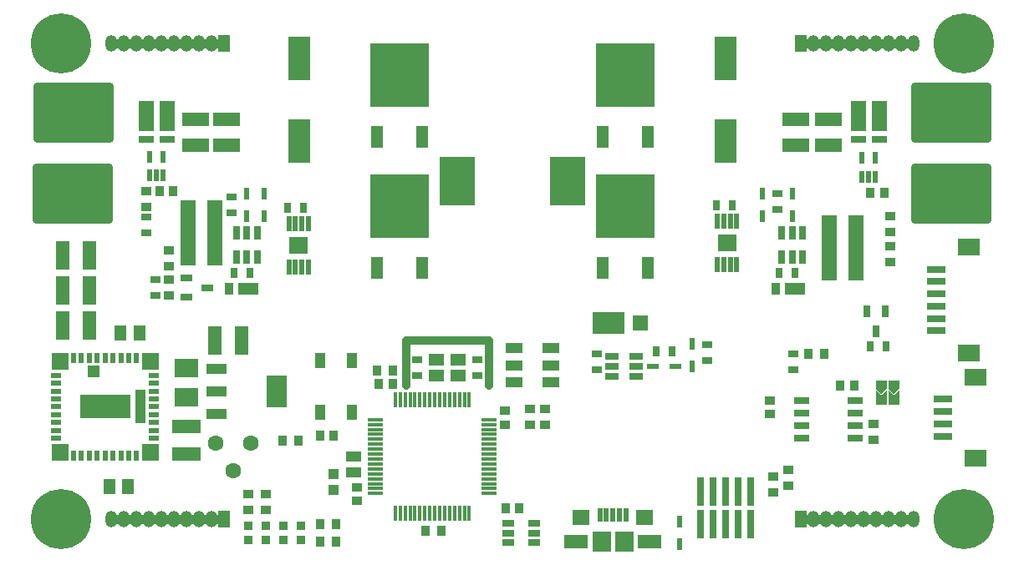
<source format=gts>
G04*
G04 #@! TF.GenerationSoftware,Altium Limited,Altium Designer,21.0.8 (223)*
G04*
G04 Layer_Color=8388736*
%FSLAX25Y25*%
%MOIN*%
G70*
G04*
G04 #@! TF.SameCoordinates,F73AF2F2-5EA1-4A86-BE9F-7F0372A2F074*
G04*
G04*
G04 #@! TF.FilePolarity,Negative*
G04*
G01*
G75*
%ADD68R,0.04528X0.02362*%
%ADD74C,0.03543*%
%ADD75R,0.02362X0.04528*%
%ADD76C,0.01575*%
%ADD77R,0.03543X0.03543*%
%ADD78R,0.01567X0.06201*%
%ADD79R,0.06201X0.01567*%
%ADD80R,0.09055X0.06693*%
%ADD81R,0.07480X0.03150*%
%ADD82C,0.06299*%
%ADD83R,0.04331X0.03937*%
%ADD84R,0.03543X0.04331*%
%ADD85R,0.04331X0.03543*%
%ADD86R,0.02520X0.04095*%
%ADD87R,0.04095X0.02520*%
%ADD88R,0.05906X0.04921*%
%ADD89R,0.06102X0.25984*%
%ADD90R,0.04724X0.02953*%
%ADD91R,0.02953X0.04724*%
%ADD92R,0.03465X0.04252*%
%ADD93R,0.04252X0.03465*%
%ADD94R,0.12598X0.09055*%
%ADD95R,0.06299X0.06378*%
%ADD96R,0.08268X0.04724*%
%ADD97R,0.03543X0.04724*%
%ADD98R,0.01968X0.05709*%
%ADD99R,0.06693X0.05906*%
%ADD100R,0.09449X0.05512*%
%ADD101R,0.07480X0.07874*%
%ADD102R,0.11102X0.05354*%
%ADD103R,0.06280X0.12008*%
%ADD104R,0.06280X0.03150*%
G04:AMPARAMS|DCode=105|XSize=318.9mil|YSize=240.16mil|CornerRadius=13.78mil|HoleSize=0mil|Usage=FLASHONLY|Rotation=0.000|XOffset=0mil|YOffset=0mil|HoleType=Round|Shape=RoundedRectangle|*
%AMROUNDEDRECTD105*
21,1,0.31890,0.21260,0,0,0.0*
21,1,0.29134,0.24016,0,0,0.0*
1,1,0.02756,0.14567,-0.10630*
1,1,0.02756,-0.14567,-0.10630*
1,1,0.02756,-0.14567,0.10630*
1,1,0.02756,0.14567,0.10630*
%
%ADD105ROUNDEDRECTD105*%
%ADD106R,0.02756X0.05315*%
%ADD107R,0.14370X0.19685*%
%ADD108R,0.06398X0.02953*%
%ADD109R,0.05118X0.09055*%
%ADD110R,0.23228X0.25591*%
%ADD111R,0.08858X0.17323*%
%ADD112R,0.01968X0.05118*%
%ADD113R,0.02165X0.06004*%
%ADD114R,0.07795X0.07008*%
%ADD115R,0.05315X0.02756*%
%ADD116R,0.06181X0.04409*%
%ADD117R,0.06890X0.06890*%
%ADD118R,0.02362X0.04134*%
%ADD119R,0.04134X0.02362*%
%ADD120R,0.20079X0.09646*%
%ADD121R,0.04803X0.04528*%
%ADD122R,0.04331X0.13386*%
%ADD123R,0.04331X0.06496*%
%ADD124R,0.02953X0.11614*%
%ADD125R,0.07874X0.03937*%
%ADD126R,0.07874X0.12992*%
%ADD127R,0.04921X0.02756*%
%ADD128R,0.09252X0.07284*%
%ADD129R,0.05512X0.11496*%
%ADD130R,0.11496X0.05512*%
%ADD131R,0.06693X0.04331*%
%ADD132R,0.04528X0.05906*%
%ADD133C,0.03347*%
%ADD134R,0.04724X0.06693*%
%ADD135O,0.04724X0.06693*%
%ADD136C,0.03740*%
%ADD137C,0.24016*%
G36*
X349007Y70418D02*
X349044Y70407D01*
X349078Y70389D01*
X349108Y70364D01*
X349133Y70334D01*
X349151Y70300D01*
X349163Y70263D01*
X349166Y70224D01*
Y67075D01*
X349166Y67075D01*
X349163Y67036D01*
X349151Y66999D01*
X349133Y66965D01*
X349108Y66935D01*
X347140Y64966D01*
X347110Y64942D01*
X347076Y64924D01*
X347039Y64912D01*
X347000Y64908D01*
X346961Y64912D01*
X346924Y64924D01*
X346890Y64942D01*
X346860Y64966D01*
X344892Y66935D01*
X344867Y66965D01*
X344849Y66999D01*
X344846Y67008D01*
X344837Y67036D01*
X344836Y67055D01*
X344834Y67075D01*
X344834Y67075D01*
Y70224D01*
X344837Y70263D01*
X344849Y70300D01*
X344867Y70334D01*
X344892Y70364D01*
X344922Y70389D01*
X344956Y70407D01*
X344993Y70418D01*
X345031Y70422D01*
X348969D01*
X349007Y70418D01*
D02*
G37*
G36*
X344007D02*
X344044Y70407D01*
X344078Y70389D01*
X344108Y70364D01*
X344133Y70334D01*
X344151Y70300D01*
X344163Y70263D01*
X344166Y70224D01*
Y67075D01*
X344166Y67075D01*
X344163Y67036D01*
X344151Y66999D01*
X344133Y66965D01*
X344108Y66935D01*
X342140Y64966D01*
X342110Y64942D01*
X342076Y64924D01*
X342039Y64912D01*
X342000Y64908D01*
X341961Y64912D01*
X341924Y64924D01*
X341890Y64942D01*
X341860Y64966D01*
X339892Y66935D01*
X339867Y66965D01*
X339849Y66999D01*
X339846Y67008D01*
X339838Y67036D01*
X339836Y67055D01*
X339834Y67075D01*
X339834Y67075D01*
Y70224D01*
X339838Y70263D01*
X339849Y70300D01*
X339867Y70334D01*
X339892Y70364D01*
X339922Y70389D01*
X339956Y70407D01*
X339993Y70418D01*
X340032Y70422D01*
X343969D01*
X344007Y70418D01*
D02*
G37*
G36*
X349007Y66285D02*
X349044Y66273D01*
X349078Y66255D01*
X349108Y66230D01*
X349133Y66200D01*
X349151Y66166D01*
X349163Y66129D01*
X349166Y66091D01*
X349166Y66090D01*
Y60776D01*
X349163Y60737D01*
X349151Y60700D01*
X349133Y60666D01*
X349108Y60636D01*
X349078Y60611D01*
X349044Y60593D01*
X349007Y60582D01*
X348969Y60578D01*
X345031D01*
X344993Y60582D01*
X344956Y60593D01*
X344922Y60611D01*
X344892Y60636D01*
X344867Y60666D01*
X344849Y60700D01*
X344837Y60737D01*
X344834Y60776D01*
Y66090D01*
X344834Y66091D01*
X344836Y66110D01*
X344837Y66129D01*
X344846Y66158D01*
X344849Y66166D01*
X344867Y66200D01*
X344892Y66230D01*
X344922Y66255D01*
X344956Y66273D01*
X344964Y66276D01*
X344993Y66285D01*
X345012Y66286D01*
X345031Y66288D01*
X345051Y66286D01*
X345070Y66285D01*
X345099Y66276D01*
X345107Y66273D01*
X345141Y66255D01*
X345171Y66230D01*
X347000Y64402D01*
X348829Y66230D01*
X348859Y66255D01*
X348893Y66273D01*
X348930Y66285D01*
X348969Y66288D01*
X349007Y66285D01*
D02*
G37*
G36*
X344007D02*
X344044Y66273D01*
X344078Y66255D01*
X344108Y66230D01*
X344133Y66200D01*
X344151Y66166D01*
X344163Y66129D01*
X344166Y66091D01*
X344166Y66090D01*
Y60776D01*
X344163Y60737D01*
X344151Y60700D01*
X344133Y60666D01*
X344108Y60636D01*
X344078Y60611D01*
X344044Y60593D01*
X344007Y60582D01*
X343969Y60578D01*
X340032D01*
X339993Y60582D01*
X339956Y60593D01*
X339922Y60611D01*
X339892Y60636D01*
X339867Y60666D01*
X339849Y60700D01*
X339838Y60737D01*
X339834Y60776D01*
Y66090D01*
X339834Y66091D01*
X339836Y66110D01*
X339838Y66129D01*
X339846Y66158D01*
X339849Y66166D01*
X339867Y66200D01*
X339892Y66230D01*
X339922Y66255D01*
X339956Y66273D01*
X339964Y66276D01*
X339993Y66285D01*
X340012Y66286D01*
X340032Y66288D01*
X340051Y66286D01*
X340070Y66285D01*
X340099Y66276D01*
X340107Y66273D01*
X340141Y66255D01*
X340171Y66230D01*
X342000Y64402D01*
X343829Y66230D01*
X343859Y66255D01*
X343893Y66273D01*
X343930Y66285D01*
X343969Y66288D01*
X344007Y66285D01*
D02*
G37*
D68*
X251020Y76000D02*
D03*
X259980D02*
D03*
D74*
X310000Y205000D02*
X355000D01*
X35000Y15000D02*
X80000D01*
X310000D02*
X355000D01*
X35000Y205000D02*
X80000D01*
D75*
X89000Y136020D02*
D03*
Y144980D02*
D03*
X261500Y13980D02*
D03*
Y5020D02*
D03*
X96000Y136020D02*
D03*
Y144980D02*
D03*
X266500Y76020D02*
D03*
Y84980D02*
D03*
X306500Y144980D02*
D03*
Y136020D02*
D03*
X294500D02*
D03*
Y144980D02*
D03*
D76*
X347000Y62500D02*
D03*
Y68500D02*
D03*
X342000D02*
D03*
Y62500D02*
D03*
D77*
X89500Y12453D02*
D03*
Y6547D02*
D03*
X96500D02*
D03*
Y12453D02*
D03*
X103500D02*
D03*
Y6547D02*
D03*
X110500D02*
D03*
Y12453D02*
D03*
D78*
X177764Y62590D02*
D03*
X175795D02*
D03*
X173827D02*
D03*
X171858D02*
D03*
X169890D02*
D03*
X167921D02*
D03*
X165953D02*
D03*
X163984D02*
D03*
X162016D02*
D03*
X160047D02*
D03*
X158079D02*
D03*
X156110D02*
D03*
X154142D02*
D03*
X152173D02*
D03*
X150205D02*
D03*
X148236D02*
D03*
Y17410D02*
D03*
X150205D02*
D03*
X152173D02*
D03*
X154142D02*
D03*
X156110D02*
D03*
X158079D02*
D03*
X160047D02*
D03*
X162016D02*
D03*
X163984D02*
D03*
X165953D02*
D03*
X167921D02*
D03*
X169890D02*
D03*
X171858D02*
D03*
X173827D02*
D03*
X175795D02*
D03*
X177764D02*
D03*
D79*
X140409Y54764D02*
D03*
Y52795D02*
D03*
Y50827D02*
D03*
Y48858D02*
D03*
Y46890D02*
D03*
Y44921D02*
D03*
Y42953D02*
D03*
Y40984D02*
D03*
Y39016D02*
D03*
Y37047D02*
D03*
Y35079D02*
D03*
Y33110D02*
D03*
Y31142D02*
D03*
Y29173D02*
D03*
Y27205D02*
D03*
Y25236D02*
D03*
X185591D02*
D03*
Y27205D02*
D03*
Y29173D02*
D03*
Y31142D02*
D03*
Y33110D02*
D03*
Y35079D02*
D03*
Y37047D02*
D03*
Y39016D02*
D03*
Y40984D02*
D03*
Y42953D02*
D03*
Y44921D02*
D03*
Y46890D02*
D03*
Y48858D02*
D03*
Y50827D02*
D03*
Y52795D02*
D03*
Y54764D02*
D03*
D80*
X379650Y39260D02*
D03*
Y71740D02*
D03*
X377000Y123661D02*
D03*
Y81339D02*
D03*
D81*
X366657Y62882D02*
D03*
Y57961D02*
D03*
Y53039D02*
D03*
Y48118D02*
D03*
X364008Y114803D02*
D03*
Y109882D02*
D03*
Y104961D02*
D03*
Y100039D02*
D03*
Y95118D02*
D03*
Y90197D02*
D03*
D82*
X90500Y45500D02*
D03*
X83500Y34500D02*
D03*
X76500Y45500D02*
D03*
D83*
X123500Y26850D02*
D03*
Y33150D02*
D03*
D84*
X312850Y81000D02*
D03*
X319150D02*
D03*
X109650Y46500D02*
D03*
X103350D02*
D03*
X160350Y10500D02*
D03*
X166650D02*
D03*
X147150Y74500D02*
D03*
X140850D02*
D03*
X124650Y13000D02*
D03*
X118350D02*
D03*
Y6000D02*
D03*
X124650D02*
D03*
D85*
X49000Y139850D02*
D03*
Y146150D02*
D03*
X305000Y28350D02*
D03*
Y34650D02*
D03*
X299000Y25850D02*
D03*
Y32150D02*
D03*
X339000Y46850D02*
D03*
Y53150D02*
D03*
X57937Y115925D02*
D03*
Y122224D02*
D03*
Y104425D02*
D03*
Y110724D02*
D03*
X345500Y129850D02*
D03*
Y136150D02*
D03*
Y117850D02*
D03*
Y124150D02*
D03*
X208000Y59150D02*
D03*
Y52850D02*
D03*
X202000D02*
D03*
Y59150D02*
D03*
X89500Y25150D02*
D03*
Y18850D02*
D03*
X96500D02*
D03*
Y25150D02*
D03*
D86*
X344000Y84000D02*
D03*
X337701D02*
D03*
X83850Y113500D02*
D03*
X90150D02*
D03*
X282697Y140403D02*
D03*
X276398D02*
D03*
X111650Y139500D02*
D03*
X105350D02*
D03*
X252350Y82000D02*
D03*
X258650D02*
D03*
X301350Y113500D02*
D03*
X307650D02*
D03*
D87*
X52500Y104350D02*
D03*
Y110650D02*
D03*
X157000Y78650D02*
D03*
Y72350D02*
D03*
X181000D02*
D03*
Y78650D02*
D03*
X307000Y74850D02*
D03*
Y81150D02*
D03*
X49000Y129350D02*
D03*
Y135650D02*
D03*
X83000Y143650D02*
D03*
Y137350D02*
D03*
X228500Y74850D02*
D03*
Y81150D02*
D03*
X272500Y84650D02*
D03*
Y78350D02*
D03*
X300500Y145000D02*
D03*
Y138701D02*
D03*
D88*
X173231Y78750D02*
D03*
X164569D02*
D03*
Y72450D02*
D03*
X173231D02*
D03*
D89*
X331815Y123500D02*
D03*
X321185D02*
D03*
X65685Y129500D02*
D03*
X76315D02*
D03*
D90*
X64866Y111279D02*
D03*
Y103720D02*
D03*
X73134Y107500D02*
D03*
D91*
X343779Y98134D02*
D03*
X336221D02*
D03*
X340000Y89866D02*
D03*
D92*
X331256Y68500D02*
D03*
X325744D02*
D03*
X54244Y146000D02*
D03*
X59756D02*
D03*
X337744Y145500D02*
D03*
X343256D02*
D03*
X197756Y19500D02*
D03*
X192244D02*
D03*
X141744Y69000D02*
D03*
X147256D02*
D03*
X118244Y48500D02*
D03*
X123756D02*
D03*
D93*
X297500Y56988D02*
D03*
Y62500D02*
D03*
X192000Y58256D02*
D03*
Y52744D02*
D03*
X133000Y27756D02*
D03*
Y22244D02*
D03*
D94*
X233189Y93500D02*
D03*
D95*
X245866D02*
D03*
D96*
X89559Y107000D02*
D03*
X307559D02*
D03*
D97*
X82079D02*
D03*
X300079D02*
D03*
D98*
X240118Y16532D02*
D03*
X229882D02*
D03*
X232441D02*
D03*
X235000D02*
D03*
X237559D02*
D03*
D99*
X222402Y15646D02*
D03*
X247598D02*
D03*
D100*
X220236Y6000D02*
D03*
X249764D02*
D03*
D101*
X230472D02*
D03*
X239528D02*
D03*
D102*
X308000Y164264D02*
D03*
Y174736D02*
D03*
X321000D02*
D03*
Y164264D02*
D03*
X68500Y174736D02*
D03*
Y164264D02*
D03*
X81000Y174736D02*
D03*
Y164264D02*
D03*
D103*
X341146Y175862D02*
D03*
X332854D02*
D03*
X57146D02*
D03*
X48854D02*
D03*
D104*
X341146Y166709D02*
D03*
X332854D02*
D03*
X57146D02*
D03*
X48854D02*
D03*
D105*
X370000Y145000D02*
D03*
X19500D02*
D03*
X20000Y177500D02*
D03*
X370000D02*
D03*
D106*
X84866Y119579D02*
D03*
X89000D02*
D03*
X93134D02*
D03*
Y129421D02*
D03*
X89000D02*
D03*
X84866D02*
D03*
X302366Y119579D02*
D03*
X306500D02*
D03*
X310634D02*
D03*
Y129421D02*
D03*
X306500D02*
D03*
X302366D02*
D03*
D107*
X217047Y150000D02*
D03*
X172953D02*
D03*
D108*
X331677Y62500D02*
D03*
Y57500D02*
D03*
Y52500D02*
D03*
Y47500D02*
D03*
X310323D02*
D03*
Y52500D02*
D03*
Y57500D02*
D03*
Y62500D02*
D03*
D109*
X158976Y167697D02*
D03*
X141024D02*
D03*
X248976D02*
D03*
X231024D02*
D03*
X158976Y115197D02*
D03*
X141024D02*
D03*
X248976D02*
D03*
X231024D02*
D03*
D110*
X150000Y192500D02*
D03*
X240000D02*
D03*
X150000Y140000D02*
D03*
X240000D02*
D03*
D111*
X280000Y199035D02*
D03*
Y165965D02*
D03*
X110000Y199035D02*
D03*
Y165965D02*
D03*
D112*
X50441Y159740D02*
D03*
X55559D02*
D03*
Y152260D02*
D03*
X53000D02*
D03*
X50441D02*
D03*
X334441Y159240D02*
D03*
X339559D02*
D03*
Y151760D02*
D03*
X337000D02*
D03*
X334441D02*
D03*
D113*
X276709Y116695D02*
D03*
X279268D02*
D03*
X281827D02*
D03*
X284386D02*
D03*
Y134112D02*
D03*
X281827D02*
D03*
X279268D02*
D03*
X276709D02*
D03*
X105882Y115583D02*
D03*
X108441D02*
D03*
X111000D02*
D03*
X113559D02*
D03*
Y133000D02*
D03*
X111000D02*
D03*
X108441D02*
D03*
X105882D02*
D03*
D114*
X280547Y125403D02*
D03*
X109721Y124291D02*
D03*
D115*
X234579Y80134D02*
D03*
Y76000D02*
D03*
Y71866D02*
D03*
X244421D02*
D03*
Y76000D02*
D03*
Y80134D02*
D03*
D116*
X131500Y33850D02*
D03*
Y40150D02*
D03*
D117*
X14488Y41843D02*
D03*
X50512D02*
D03*
Y77866D02*
D03*
X14488D02*
D03*
D118*
X19902Y40465D02*
D03*
X23051D02*
D03*
X26201D02*
D03*
X29350D02*
D03*
X32500D02*
D03*
X35650D02*
D03*
X38799D02*
D03*
X41949D02*
D03*
X45098D02*
D03*
Y79244D02*
D03*
X41949D02*
D03*
X38799D02*
D03*
X35650D02*
D03*
X32500D02*
D03*
X29350D02*
D03*
X26201D02*
D03*
X23051D02*
D03*
X19902D02*
D03*
D119*
X51890Y47256D02*
D03*
Y50406D02*
D03*
Y53555D02*
D03*
Y56705D02*
D03*
Y59854D02*
D03*
Y63004D02*
D03*
Y66154D02*
D03*
Y69303D02*
D03*
Y72453D02*
D03*
X13110D02*
D03*
Y69303D02*
D03*
Y66154D02*
D03*
Y63004D02*
D03*
Y59854D02*
D03*
Y56705D02*
D03*
Y53555D02*
D03*
Y50406D02*
D03*
Y47256D02*
D03*
D120*
X32500Y59854D02*
D03*
D121*
X27827Y73929D02*
D03*
D122*
X46673Y59854D02*
D03*
D123*
X130799Y78335D02*
D03*
Y57665D02*
D03*
X118201Y78335D02*
D03*
Y57665D02*
D03*
D124*
X270000Y12905D02*
D03*
Y26094D02*
D03*
X275000Y12905D02*
D03*
Y26094D02*
D03*
X280000Y12905D02*
D03*
Y26094D02*
D03*
X285000Y12905D02*
D03*
Y26094D02*
D03*
X290000Y12905D02*
D03*
Y26094D02*
D03*
D125*
X76992Y75055D02*
D03*
Y66000D02*
D03*
Y56945D02*
D03*
D126*
X101008Y66000D02*
D03*
D127*
X193382Y5760D02*
D03*
Y9500D02*
D03*
Y13240D02*
D03*
X203618D02*
D03*
Y9500D02*
D03*
Y5760D02*
D03*
D128*
X65000Y63595D02*
D03*
Y75406D02*
D03*
D129*
X26354Y120354D02*
D03*
X15646D02*
D03*
X26354Y106354D02*
D03*
X15646D02*
D03*
X26354Y92354D02*
D03*
X15646D02*
D03*
X86854Y86500D02*
D03*
X76146D02*
D03*
D130*
X65000Y51854D02*
D03*
Y41146D02*
D03*
D131*
X210283Y69610D02*
D03*
Y76500D02*
D03*
Y83390D02*
D03*
X195717Y69610D02*
D03*
Y76500D02*
D03*
Y83390D02*
D03*
D132*
X46240Y89500D02*
D03*
X38760D02*
D03*
X34260Y28000D02*
D03*
X41740D02*
D03*
D133*
X185500Y68500D02*
Y86500D01*
X169000D02*
X185500D01*
X169000Y86500D02*
X169000Y86500D01*
X152500Y86500D02*
X169000D01*
X152500Y68500D02*
Y86500D01*
D134*
X310000Y205000D02*
D03*
X80000Y15000D02*
D03*
X310000D02*
D03*
X80000Y205000D02*
D03*
D135*
X315000D02*
D03*
X320000D02*
D03*
X325000D02*
D03*
X330000D02*
D03*
X335000D02*
D03*
X340000D02*
D03*
X345000D02*
D03*
X350000D02*
D03*
X355000D02*
D03*
X35000Y15000D02*
D03*
X40000D02*
D03*
X45000D02*
D03*
X50000D02*
D03*
X55000D02*
D03*
X60000D02*
D03*
X65000D02*
D03*
X70000D02*
D03*
X75000D02*
D03*
X315000D02*
D03*
X320000D02*
D03*
X325000D02*
D03*
X330000D02*
D03*
X335000D02*
D03*
X340000D02*
D03*
X345000D02*
D03*
X350000D02*
D03*
X355000D02*
D03*
X35000Y205000D02*
D03*
X40000D02*
D03*
X45000D02*
D03*
X50000D02*
D03*
X55000D02*
D03*
X60000D02*
D03*
X65000D02*
D03*
X70000D02*
D03*
X75000D02*
D03*
D136*
X366000Y153000D02*
D03*
X374000D02*
D03*
X382000D02*
D03*
X358000D02*
D03*
Y145000D02*
D03*
X366000D02*
D03*
X374000D02*
D03*
X382000D02*
D03*
Y137000D02*
D03*
X374000D02*
D03*
X366000D02*
D03*
X358000D02*
D03*
X7500D02*
D03*
X15500D02*
D03*
X23500D02*
D03*
X31500D02*
D03*
Y145000D02*
D03*
X23500D02*
D03*
X15500D02*
D03*
X7500D02*
D03*
Y153000D02*
D03*
X31500D02*
D03*
X23500D02*
D03*
X15500D02*
D03*
X8000Y169500D02*
D03*
X16000D02*
D03*
X24000D02*
D03*
X32000D02*
D03*
Y177500D02*
D03*
X24000D02*
D03*
X16000D02*
D03*
X8000D02*
D03*
Y185500D02*
D03*
X32000D02*
D03*
X24000D02*
D03*
X16000D02*
D03*
X366000D02*
D03*
X374000D02*
D03*
X382000D02*
D03*
X358000D02*
D03*
Y177500D02*
D03*
X366000D02*
D03*
X374000D02*
D03*
X382000D02*
D03*
Y169500D02*
D03*
X374000D02*
D03*
X366000D02*
D03*
X358000D02*
D03*
X40000Y62500D02*
D03*
X35000D02*
D03*
X30000D02*
D03*
X25000D02*
D03*
Y57500D02*
D03*
X30000D02*
D03*
X35000D02*
D03*
X40000D02*
D03*
D137*
X15000Y15000D02*
D03*
X375000D02*
D03*
X15000Y205000D02*
D03*
X375000D02*
D03*
M02*

</source>
